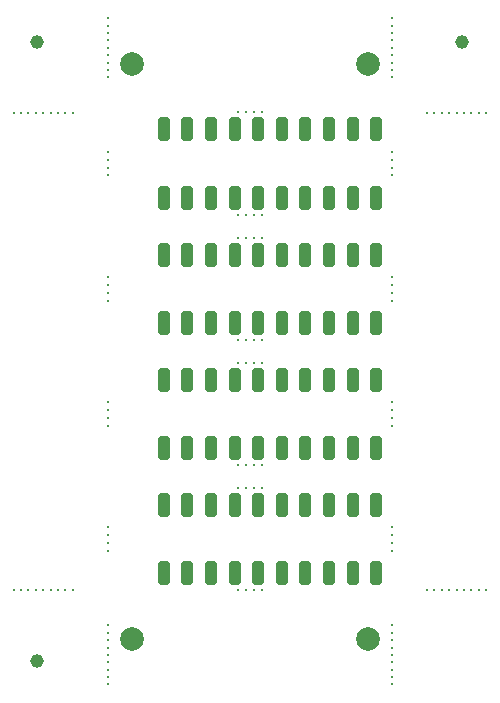
<source format=gts>
G04 #@! TF.GenerationSoftware,KiCad,Pcbnew,8.0.7*
G04 #@! TF.CreationDate,2025-01-10T19:29:53-05:00*
G04 #@! TF.ProjectId,panel,70616e65-6c2e-46b6-9963-61645f706362,rev?*
G04 #@! TF.SameCoordinates,Original*
G04 #@! TF.FileFunction,Soldermask,Top*
G04 #@! TF.FilePolarity,Negative*
%FSLAX46Y46*%
G04 Gerber Fmt 4.6, Leading zero omitted, Abs format (unit mm)*
G04 Created by KiCad (PCBNEW 8.0.7) date 2025-01-10 19:29:53*
%MOMM*%
%LPD*%
G01*
G04 APERTURE LIST*
G04 Aperture macros list*
%AMRoundRect*
0 Rectangle with rounded corners*
0 $1 Rounding radius*
0 $2 $3 $4 $5 $6 $7 $8 $9 X,Y pos of 4 corners*
0 Add a 4 corners polygon primitive as box body*
4,1,4,$2,$3,$4,$5,$6,$7,$8,$9,$2,$3,0*
0 Add four circle primitives for the rounded corners*
1,1,$1+$1,$2,$3*
1,1,$1+$1,$4,$5*
1,1,$1+$1,$6,$7*
1,1,$1+$1,$8,$9*
0 Add four rect primitives between the rounded corners*
20,1,$1+$1,$2,$3,$4,$5,0*
20,1,$1+$1,$4,$5,$6,$7,0*
20,1,$1+$1,$6,$7,$8,$9,0*
20,1,$1+$1,$8,$9,$2,$3,0*%
G04 Aperture macros list end*
%ADD10C,0.300000*%
%ADD11RoundRect,0.250000X-0.250000X-0.750000X0.250000X-0.750000X0.250000X0.750000X-0.250000X0.750000X0*%
%ADD12C,2.000000*%
%ADD13C,1.152000*%
G04 APERTURE END LIST*
D10*
G04 #@! TO.C,KiKit_MB_2_2*
X32030000Y-11966667D03*
G04 #@! TD*
G04 #@! TO.C,KiKit_MB_19_9*
X8000000Y-56400000D03*
G04 #@! TD*
D11*
G04 #@! TO.C,J19*
X26700000Y-30600000D03*
G04 #@! TD*
G04 #@! TO.C,J5*
X18700000Y-36400000D03*
G04 #@! TD*
D10*
G04 #@! TO.C,KiKit_MB_2_1*
X32030000Y-11300000D03*
G04 #@! TD*
D11*
G04 #@! TO.C,J19*
X26700000Y-20000000D03*
G04 #@! TD*
D10*
G04 #@! TO.C,KiKit_MB_14_4*
X32030000Y-45100000D03*
G04 #@! TD*
G04 #@! TO.C,KiKit_MB_1_4*
X7970000Y-11300000D03*
G04 #@! TD*
G04 #@! TO.C,KiKit_MB_7_4*
X21000000Y-18570000D03*
G04 #@! TD*
G04 #@! TO.C,KiKit_MB_15_3*
X20333333Y-39770000D03*
G04 #@! TD*
D11*
G04 #@! TO.C,J17*
X22700000Y-20000000D03*
G04 #@! TD*
D10*
G04 #@! TO.C,KiKit_MB_23_4*
X36875000Y-8000000D03*
G04 #@! TD*
G04 #@! TO.C,KiKit_MB_20_4*
X32000000Y-53275000D03*
G04 #@! TD*
D11*
G04 #@! TO.C,J9*
X26700000Y-47000000D03*
G04 #@! TD*
D10*
G04 #@! TO.C,KiKit_MB_3_2*
X19666667Y-7970000D03*
G04 #@! TD*
G04 #@! TO.C,KiKit_MB_17_4*
X8000000Y-1875000D03*
G04 #@! TD*
G04 #@! TO.C,KiKit_MB_6_4*
X32030000Y-23900000D03*
G04 #@! TD*
G04 #@! TO.C,KiKit_MB_23_1*
X35000000Y-8000000D03*
G04 #@! TD*
G04 #@! TO.C,KiKit_MB_19_7*
X8000000Y-55150000D03*
G04 #@! TD*
D11*
G04 #@! TO.C,J2*
X12700000Y-25800000D03*
G04 #@! TD*
D10*
G04 #@! TO.C,KiKit_MB_15_2*
X19666667Y-39770000D03*
G04 #@! TD*
G04 #@! TO.C,KiKit_MB_9_2*
X7970000Y-33833333D03*
G04 #@! TD*
G04 #@! TO.C,KiKit_MB_13_3*
X7970000Y-43766666D03*
G04 #@! TD*
D11*
G04 #@! TO.C,J8*
X24700000Y-47000000D03*
G04 #@! TD*
D12*
G04 #@! TO.C,KiKit_FID_T_4*
X30000000Y-52550000D03*
G04 #@! TD*
D13*
G04 #@! TO.C,KiKit_TO_3*
X2000000Y-54400000D03*
G04 #@! TD*
D10*
G04 #@! TO.C,KiKit_MB_24_5*
X37500000Y-48400000D03*
G04 #@! TD*
G04 #@! TO.C,KiKit_MB_24_3*
X36250000Y-48400000D03*
G04 #@! TD*
G04 #@! TO.C,KiKit_MB_8_1*
X21000000Y-27230000D03*
G04 #@! TD*
G04 #@! TO.C,KiKit_MB_23_6*
X38125000Y-8000000D03*
G04 #@! TD*
G04 #@! TO.C,KiKit_MB_19_1*
X8000000Y-51400000D03*
G04 #@! TD*
G04 #@! TO.C,KiKit_MB_17_2*
X8000000Y-625000D03*
G04 #@! TD*
D11*
G04 #@! TO.C,J12*
X12700000Y-41210000D03*
G04 #@! TD*
D10*
G04 #@! TO.C,KiKit_MB_17_1*
X8000000Y0D03*
G04 #@! TD*
D11*
G04 #@! TO.C,J15*
X18700000Y-41210000D03*
G04 #@! TD*
D10*
G04 #@! TO.C,KiKit_MB_21_7*
X3750000Y-8000000D03*
G04 #@! TD*
D11*
G04 #@! TO.C,J10*
X28700000Y-36400000D03*
G04 #@! TD*
D10*
G04 #@! TO.C,KiKit_MB_22_2*
X625000Y-48400000D03*
G04 #@! TD*
G04 #@! TO.C,KiKit_MB_21_6*
X3125000Y-8000000D03*
G04 #@! TD*
G04 #@! TO.C,KiKit_MB_1_3*
X7970000Y-11966667D03*
G04 #@! TD*
G04 #@! TO.C,KiKit_MB_11_4*
X21000000Y-29170000D03*
G04 #@! TD*
G04 #@! TO.C,KiKit_MB_11_1*
X19000000Y-29170000D03*
G04 #@! TD*
D11*
G04 #@! TO.C,J13*
X14700000Y-30610000D03*
G04 #@! TD*
D10*
G04 #@! TO.C,KiKit_MB_3_3*
X20333333Y-7970000D03*
G04 #@! TD*
D11*
G04 #@! TO.C,J18*
X24700000Y-9400000D03*
G04 #@! TD*
G04 #@! TO.C,J2*
X12700000Y-36400000D03*
G04 #@! TD*
D10*
G04 #@! TO.C,KiKit_MB_19_6*
X8000000Y-54525000D03*
G04 #@! TD*
G04 #@! TO.C,KiKit_MB_20_7*
X32000000Y-55150000D03*
G04 #@! TD*
G04 #@! TO.C,KiKit_MB_23_2*
X35625000Y-8000000D03*
G04 #@! TD*
G04 #@! TO.C,KiKit_MB_20_6*
X32000000Y-54525000D03*
G04 #@! TD*
D11*
G04 #@! TO.C,J20*
X28700000Y-9400000D03*
G04 #@! TD*
G04 #@! TO.C,J11*
X30700000Y-25800000D03*
G04 #@! TD*
D10*
G04 #@! TO.C,KiKit_MB_14_3*
X32030000Y-44433333D03*
G04 #@! TD*
G04 #@! TO.C,KiKit_MB_18_2*
X32000000Y-625000D03*
G04 #@! TD*
D11*
G04 #@! TO.C,J4*
X16700000Y-47000000D03*
G04 #@! TD*
D10*
G04 #@! TO.C,KiKit_MB_21_5*
X2500000Y-8000000D03*
G04 #@! TD*
G04 #@! TO.C,KiKit_MB_10_2*
X32030000Y-33166666D03*
G04 #@! TD*
G04 #@! TO.C,KiKit_MB_12_3*
X19666667Y-37830000D03*
G04 #@! TD*
D11*
G04 #@! TO.C,J14*
X20700000Y-9400000D03*
G04 #@! TD*
D10*
G04 #@! TO.C,KiKit_MB_13_2*
X7970000Y-44433333D03*
G04 #@! TD*
D11*
G04 #@! TO.C,J15*
X18700000Y-20010000D03*
G04 #@! TD*
G04 #@! TO.C,J3*
X14700000Y-15200000D03*
G04 #@! TD*
D10*
G04 #@! TO.C,KiKit_MB_22_3*
X1250000Y-48400000D03*
G04 #@! TD*
G04 #@! TO.C,KiKit_MB_18_5*
X32000000Y-2500000D03*
G04 #@! TD*
G04 #@! TO.C,KiKit_MB_21_2*
X625000Y-8000000D03*
G04 #@! TD*
D11*
G04 #@! TO.C,J3*
X14700000Y-25800000D03*
G04 #@! TD*
D10*
G04 #@! TO.C,KiKit_MB_19_4*
X8000000Y-53275000D03*
G04 #@! TD*
G04 #@! TO.C,KiKit_MB_4_3*
X19666667Y-16630000D03*
G04 #@! TD*
D11*
G04 #@! TO.C,J16*
X16700000Y-9400000D03*
G04 #@! TD*
D10*
G04 #@! TO.C,KiKit_MB_22_7*
X3750000Y-48400000D03*
G04 #@! TD*
G04 #@! TO.C,KiKit_MB_22_4*
X1875000Y-48400000D03*
G04 #@! TD*
G04 #@! TO.C,KiKit_MB_17_6*
X8000000Y-3125000D03*
G04 #@! TD*
D11*
G04 #@! TO.C,J8*
X24700000Y-15200000D03*
G04 #@! TD*
G04 #@! TO.C,J17*
X22700000Y-41200000D03*
G04 #@! TD*
G04 #@! TO.C,J11*
X30700000Y-47000000D03*
G04 #@! TD*
G04 #@! TO.C,J14*
X20700000Y-41200000D03*
G04 #@! TD*
G04 #@! TO.C,J4*
X16700000Y-36400000D03*
G04 #@! TD*
D10*
G04 #@! TO.C,KiKit_MB_24_2*
X35625000Y-48400000D03*
G04 #@! TD*
G04 #@! TO.C,KiKit_MB_24_6*
X38125000Y-48400000D03*
G04 #@! TD*
D11*
G04 #@! TO.C,J9*
X26700000Y-25800000D03*
G04 #@! TD*
D10*
G04 #@! TO.C,KiKit_MB_19_5*
X8000000Y-53900000D03*
G04 #@! TD*
G04 #@! TO.C,KiKit_MB_1_2*
X7970000Y-12633333D03*
G04 #@! TD*
G04 #@! TO.C,KiKit_MB_13_1*
X7970000Y-45100000D03*
G04 #@! TD*
D12*
G04 #@! TO.C,KiKit_FID_T_1*
X10000000Y-3850000D03*
G04 #@! TD*
D10*
G04 #@! TO.C,KiKit_MB_16_1*
X21000000Y-48430000D03*
G04 #@! TD*
D11*
G04 #@! TO.C,J5*
X18700000Y-25800000D03*
G04 #@! TD*
D10*
G04 #@! TO.C,KiKit_MB_24_8*
X39375000Y-48400000D03*
G04 #@! TD*
D11*
G04 #@! TO.C,J10*
X28700000Y-25800000D03*
G04 #@! TD*
G04 #@! TO.C,J16*
X16700000Y-41200000D03*
G04 #@! TD*
D10*
G04 #@! TO.C,KiKit_MB_10_4*
X32030000Y-34500000D03*
G04 #@! TD*
D11*
G04 #@! TO.C,J7*
X22700000Y-47000000D03*
G04 #@! TD*
D10*
G04 #@! TO.C,KiKit_MB_14_1*
X32030000Y-43100000D03*
G04 #@! TD*
G04 #@! TO.C,KiKit_MB_15_1*
X19000000Y-39770000D03*
G04 #@! TD*
D11*
G04 #@! TO.C,J13*
X14700000Y-9410000D03*
G04 #@! TD*
D10*
G04 #@! TO.C,KiKit_MB_1_1*
X7970000Y-13300000D03*
G04 #@! TD*
G04 #@! TO.C,KiKit_MB_7_2*
X19666667Y-18570000D03*
G04 #@! TD*
D11*
G04 #@! TO.C,J18*
X24700000Y-41200000D03*
G04 #@! TD*
D10*
G04 #@! TO.C,KiKit_MB_10_3*
X32030000Y-33833333D03*
G04 #@! TD*
D11*
G04 #@! TO.C,J3*
X14700000Y-47000000D03*
G04 #@! TD*
D10*
G04 #@! TO.C,KiKit_MB_12_1*
X21000000Y-37830000D03*
G04 #@! TD*
G04 #@! TO.C,KiKit_MB_4_1*
X21000000Y-16630000D03*
G04 #@! TD*
D11*
G04 #@! TO.C,J6*
X20700000Y-15200000D03*
G04 #@! TD*
D10*
G04 #@! TO.C,KiKit_MB_17_3*
X8000000Y-1250000D03*
G04 #@! TD*
D12*
G04 #@! TO.C,KiKit_FID_T_2*
X30000000Y-3850000D03*
G04 #@! TD*
D10*
G04 #@! TO.C,KiKit_MB_9_3*
X7970000Y-33166666D03*
G04 #@! TD*
D11*
G04 #@! TO.C,J8*
X24700000Y-25800000D03*
G04 #@! TD*
D10*
G04 #@! TO.C,KiKit_MB_24_7*
X38750000Y-48400000D03*
G04 #@! TD*
D11*
G04 #@! TO.C,J21*
X30700000Y-20000000D03*
G04 #@! TD*
G04 #@! TO.C,J6*
X20700000Y-25800000D03*
G04 #@! TD*
D10*
G04 #@! TO.C,KiKit_MB_22_9*
X5000000Y-48400000D03*
G04 #@! TD*
G04 #@! TO.C,KiKit_MB_23_5*
X37500000Y-8000000D03*
G04 #@! TD*
G04 #@! TO.C,KiKit_MB_20_5*
X32000000Y-53900000D03*
G04 #@! TD*
D11*
G04 #@! TO.C,J20*
X28700000Y-41200000D03*
G04 #@! TD*
D10*
G04 #@! TO.C,KiKit_MB_13_4*
X7970000Y-43100000D03*
G04 #@! TD*
G04 #@! TO.C,KiKit_MB_22_5*
X2500000Y-48400000D03*
G04 #@! TD*
G04 #@! TO.C,KiKit_MB_8_4*
X19000000Y-27230000D03*
G04 #@! TD*
G04 #@! TO.C,KiKit_MB_23_7*
X38750000Y-8000000D03*
G04 #@! TD*
G04 #@! TO.C,KiKit_MB_17_9*
X8000000Y-5000000D03*
G04 #@! TD*
G04 #@! TO.C,KiKit_MB_24_9*
X40000000Y-48400000D03*
G04 #@! TD*
D11*
G04 #@! TO.C,J7*
X22700000Y-15200000D03*
G04 #@! TD*
G04 #@! TO.C,J20*
X28700000Y-30600000D03*
G04 #@! TD*
D10*
G04 #@! TO.C,KiKit_MB_11_3*
X20333333Y-29170000D03*
G04 #@! TD*
G04 #@! TO.C,KiKit_MB_23_3*
X36250000Y-8000000D03*
G04 #@! TD*
G04 #@! TO.C,KiKit_MB_18_9*
X32000000Y-5000000D03*
G04 #@! TD*
D11*
G04 #@! TO.C,J20*
X28700000Y-20000000D03*
G04 #@! TD*
D10*
G04 #@! TO.C,KiKit_MB_5_1*
X7970000Y-23900000D03*
G04 #@! TD*
G04 #@! TO.C,KiKit_MB_6_3*
X32030000Y-23233333D03*
G04 #@! TD*
D13*
G04 #@! TO.C,KiKit_TO_2*
X38000000Y-2000000D03*
G04 #@! TD*
D10*
G04 #@! TO.C,KiKit_MB_21_3*
X1250000Y-8000000D03*
G04 #@! TD*
D11*
G04 #@! TO.C,J4*
X16700000Y-25800000D03*
G04 #@! TD*
D10*
G04 #@! TO.C,KiKit_MB_20_9*
X32000000Y-56400000D03*
G04 #@! TD*
G04 #@! TO.C,KiKit_MB_18_3*
X32000000Y-1250000D03*
G04 #@! TD*
D11*
G04 #@! TO.C,J12*
X12700000Y-9410000D03*
G04 #@! TD*
D10*
G04 #@! TO.C,KiKit_MB_17_7*
X8000000Y-3750000D03*
G04 #@! TD*
D11*
G04 #@! TO.C,J16*
X16700000Y-20000000D03*
G04 #@! TD*
D10*
G04 #@! TO.C,KiKit_MB_3_4*
X21000000Y-7970000D03*
G04 #@! TD*
G04 #@! TO.C,KiKit_MB_4_2*
X20333333Y-16630000D03*
G04 #@! TD*
D11*
G04 #@! TO.C,J14*
X20700000Y-30600000D03*
G04 #@! TD*
D10*
G04 #@! TO.C,KiKit_MB_24_1*
X35000000Y-48400000D03*
G04 #@! TD*
D11*
G04 #@! TO.C,J4*
X16700000Y-15200000D03*
G04 #@! TD*
D10*
G04 #@! TO.C,KiKit_MB_23_8*
X39375000Y-8000000D03*
G04 #@! TD*
D12*
G04 #@! TO.C,KiKit_FID_T_3*
X10000000Y-52550000D03*
G04 #@! TD*
D10*
G04 #@! TO.C,KiKit_MB_18_4*
X32000000Y-1875000D03*
G04 #@! TD*
D11*
G04 #@! TO.C,J5*
X18700000Y-47000000D03*
G04 #@! TD*
G04 #@! TO.C,J21*
X30700000Y-30600000D03*
G04 #@! TD*
G04 #@! TO.C,J18*
X24700000Y-30600000D03*
G04 #@! TD*
D10*
G04 #@! TO.C,KiKit_MB_8_2*
X20333333Y-27230000D03*
G04 #@! TD*
G04 #@! TO.C,KiKit_MB_18_6*
X32000000Y-3125000D03*
G04 #@! TD*
G04 #@! TO.C,KiKit_MB_7_1*
X19000000Y-18570000D03*
G04 #@! TD*
G04 #@! TO.C,KiKit_MB_12_4*
X19000000Y-37830000D03*
G04 #@! TD*
G04 #@! TO.C,KiKit_MB_6_2*
X32030000Y-22566666D03*
G04 #@! TD*
D11*
G04 #@! TO.C,J8*
X24700000Y-36400000D03*
G04 #@! TD*
G04 #@! TO.C,J7*
X22700000Y-36400000D03*
G04 #@! TD*
G04 #@! TO.C,J19*
X26700000Y-41200000D03*
G04 #@! TD*
D10*
G04 #@! TO.C,KiKit_MB_5_4*
X7970000Y-21900000D03*
G04 #@! TD*
G04 #@! TO.C,KiKit_MB_20_2*
X32000000Y-52025000D03*
G04 #@! TD*
G04 #@! TO.C,KiKit_MB_5_3*
X7970000Y-22566666D03*
G04 #@! TD*
D11*
G04 #@! TO.C,J17*
X22700000Y-9400000D03*
G04 #@! TD*
G04 #@! TO.C,J3*
X14700000Y-36400000D03*
G04 #@! TD*
D13*
G04 #@! TO.C,KiKit_TO_1*
X2000000Y-2000000D03*
G04 #@! TD*
D11*
G04 #@! TO.C,J9*
X26700000Y-15200000D03*
G04 #@! TD*
G04 #@! TO.C,J11*
X30700000Y-15200000D03*
G04 #@! TD*
D10*
G04 #@! TO.C,KiKit_MB_16_4*
X19000000Y-48430000D03*
G04 #@! TD*
D11*
G04 #@! TO.C,J12*
X12700000Y-30610000D03*
G04 #@! TD*
D10*
G04 #@! TO.C,KiKit_MB_21_8*
X4375000Y-8000000D03*
G04 #@! TD*
D11*
G04 #@! TO.C,J9*
X26700000Y-36400000D03*
G04 #@! TD*
D10*
G04 #@! TO.C,KiKit_MB_20_1*
X32000000Y-51400000D03*
G04 #@! TD*
G04 #@! TO.C,KiKit_MB_18_1*
X32000000Y0D03*
G04 #@! TD*
G04 #@! TO.C,KiKit_MB_2_4*
X32030000Y-13300000D03*
G04 #@! TD*
G04 #@! TO.C,KiKit_MB_10_1*
X32030000Y-32500000D03*
G04 #@! TD*
G04 #@! TO.C,KiKit_MB_20_3*
X32000000Y-52650000D03*
G04 #@! TD*
G04 #@! TO.C,KiKit_MB_2_3*
X32030000Y-12633333D03*
G04 #@! TD*
D11*
G04 #@! TO.C,J2*
X12700000Y-47000000D03*
G04 #@! TD*
D10*
G04 #@! TO.C,KiKit_MB_16_3*
X19666667Y-48430000D03*
G04 #@! TD*
G04 #@! TO.C,KiKit_MB_7_3*
X20333333Y-18570000D03*
G04 #@! TD*
G04 #@! TO.C,KiKit_MB_19_8*
X8000000Y-55775000D03*
G04 #@! TD*
D11*
G04 #@! TO.C,J12*
X12700000Y-20010000D03*
G04 #@! TD*
G04 #@! TO.C,J14*
X20700000Y-20000000D03*
G04 #@! TD*
G04 #@! TO.C,J2*
X12700000Y-15200000D03*
G04 #@! TD*
D10*
G04 #@! TO.C,KiKit_MB_17_5*
X8000000Y-2500000D03*
G04 #@! TD*
D11*
G04 #@! TO.C,J16*
X16700000Y-30600000D03*
G04 #@! TD*
D10*
G04 #@! TO.C,KiKit_MB_9_1*
X7970000Y-34500000D03*
G04 #@! TD*
G04 #@! TO.C,KiKit_MB_4_4*
X19000000Y-16630000D03*
G04 #@! TD*
D11*
G04 #@! TO.C,J6*
X20700000Y-36400000D03*
G04 #@! TD*
D10*
G04 #@! TO.C,KiKit_MB_14_2*
X32030000Y-43766666D03*
G04 #@! TD*
G04 #@! TO.C,KiKit_MB_20_8*
X32000000Y-55775000D03*
G04 #@! TD*
G04 #@! TO.C,KiKit_MB_24_4*
X36875000Y-48400000D03*
G04 #@! TD*
G04 #@! TO.C,KiKit_MB_21_9*
X5000000Y-8000000D03*
G04 #@! TD*
G04 #@! TO.C,KiKit_MB_3_1*
X19000000Y-7970000D03*
G04 #@! TD*
G04 #@! TO.C,KiKit_MB_17_8*
X8000000Y-4375000D03*
G04 #@! TD*
G04 #@! TO.C,KiKit_MB_16_2*
X20333333Y-48430000D03*
G04 #@! TD*
D11*
G04 #@! TO.C,J6*
X20700000Y-47000000D03*
G04 #@! TD*
D10*
G04 #@! TO.C,KiKit_MB_6_1*
X32030000Y-21900000D03*
G04 #@! TD*
G04 #@! TO.C,KiKit_MB_15_4*
X21000000Y-39770000D03*
G04 #@! TD*
D11*
G04 #@! TO.C,J5*
X18700000Y-15200000D03*
G04 #@! TD*
D10*
G04 #@! TO.C,KiKit_MB_21_1*
X0Y-8000000D03*
G04 #@! TD*
G04 #@! TO.C,KiKit_MB_19_2*
X8000000Y-52025000D03*
G04 #@! TD*
G04 #@! TO.C,KiKit_MB_5_2*
X7970000Y-23233333D03*
G04 #@! TD*
G04 #@! TO.C,KiKit_MB_8_3*
X19666667Y-27230000D03*
G04 #@! TD*
G04 #@! TO.C,KiKit_MB_23_9*
X40000000Y-8000000D03*
G04 #@! TD*
D11*
G04 #@! TO.C,J10*
X28700000Y-15200000D03*
G04 #@! TD*
G04 #@! TO.C,J18*
X24700000Y-20000000D03*
G04 #@! TD*
D10*
G04 #@! TO.C,KiKit_MB_18_7*
X32000000Y-3750000D03*
G04 #@! TD*
G04 #@! TO.C,KiKit_MB_22_8*
X4375000Y-48400000D03*
G04 #@! TD*
D11*
G04 #@! TO.C,J7*
X22700000Y-25800000D03*
G04 #@! TD*
G04 #@! TO.C,J21*
X30700000Y-41200000D03*
G04 #@! TD*
D10*
G04 #@! TO.C,KiKit_MB_19_3*
X8000000Y-52650000D03*
G04 #@! TD*
D11*
G04 #@! TO.C,J21*
X30700000Y-9400000D03*
G04 #@! TD*
G04 #@! TO.C,J10*
X28700000Y-47000000D03*
G04 #@! TD*
D10*
G04 #@! TO.C,KiKit_MB_9_4*
X7970000Y-32500000D03*
G04 #@! TD*
G04 #@! TO.C,KiKit_MB_21_4*
X1875000Y-8000000D03*
G04 #@! TD*
G04 #@! TO.C,KiKit_MB_11_2*
X19666667Y-29170000D03*
G04 #@! TD*
D11*
G04 #@! TO.C,J17*
X22700000Y-30600000D03*
G04 #@! TD*
D10*
G04 #@! TO.C,KiKit_MB_22_6*
X3125000Y-48400000D03*
G04 #@! TD*
D11*
G04 #@! TO.C,J11*
X30700000Y-36400000D03*
G04 #@! TD*
D10*
G04 #@! TO.C,KiKit_MB_18_8*
X32000000Y-4375000D03*
G04 #@! TD*
D11*
G04 #@! TO.C,J13*
X14700000Y-20010000D03*
G04 #@! TD*
D10*
G04 #@! TO.C,KiKit_MB_12_2*
X20333333Y-37830000D03*
G04 #@! TD*
G04 #@! TO.C,KiKit_MB_22_1*
X0Y-48400000D03*
G04 #@! TD*
D11*
G04 #@! TO.C,J15*
X18700000Y-9410000D03*
G04 #@! TD*
G04 #@! TO.C,J15*
X18700000Y-30610000D03*
G04 #@! TD*
G04 #@! TO.C,J13*
X14700000Y-41210000D03*
G04 #@! TD*
G04 #@! TO.C,J19*
X26700000Y-9400000D03*
G04 #@! TD*
M02*

</source>
